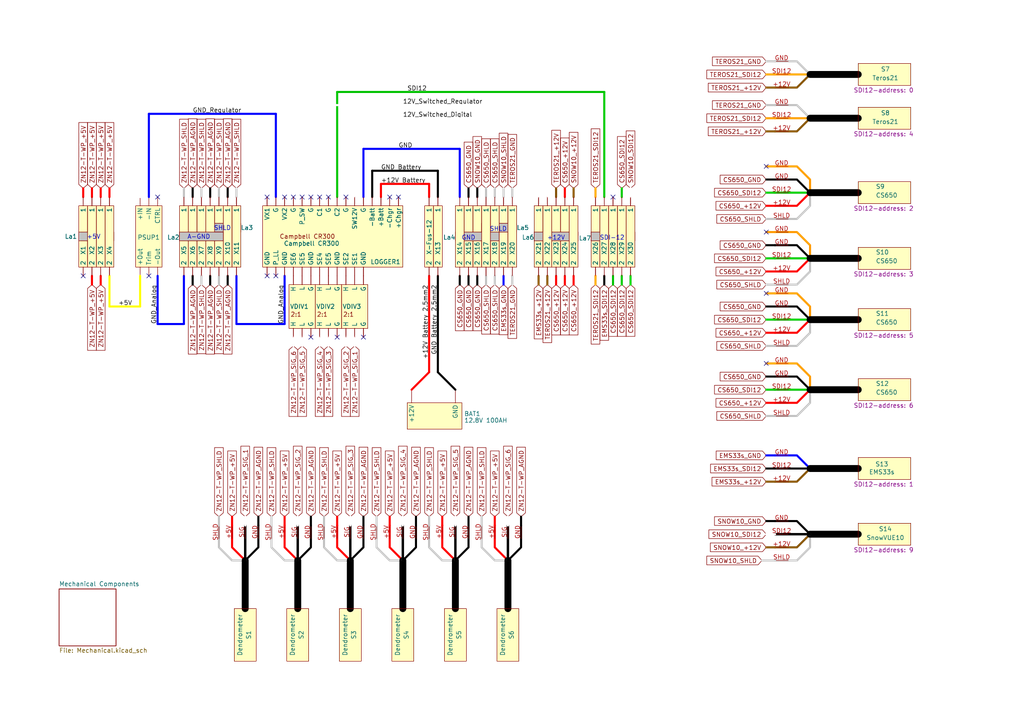
<source format=kicad_sch>
(kicad_sch (version 20231120) (generator "eeschema") (generator_version "8.0")
  (paper "A4")
  (title_block (title "PREDICT-Logger station") (date "2024-09-27") (rev "Rev 1.0") (company "NMBU-MINA") (comment 1 "Drawn by Fredrik Beilegaard"))
  (no_connect (at 97.79 97.79))
  (no_connect (at 80.01 80.01))
  (no_connect (at 90.17 97.79))
  (no_connect (at 43.18 80.01))
  (no_connect (at 92.71 57.15))
  (no_connect (at 222.25 48.26))
  (no_connect (at 24.13 80.01))
  (no_connect (at 113.03 57.15))
  (no_connect (at 85.09 57.15))
  (no_connect (at 87.63 57.15))
  (no_connect (at 90.17 57.15))
  (no_connect (at 222.25 67.31))
  (no_connect (at 45.72 57.15))
  (no_connect (at 115.57 57.15))
  (no_connect (at 105.41 97.79))
  (no_connect (at 77.47 57.15))
  (no_connect (at 100.33 57.15))
  (no_connect (at 177.8 57.15))
  (no_connect (at 222.25 85.09))
  (no_connect (at 82.55 57.15))
  (no_connect (at 222.25 105.41))
  (no_connect (at 95.25 57.15))
  (no_connect (at 77.47 80.01))
  (wire (pts (xy 222.25 139.7) (xy 224.79 139.7)) (stroke (width 0.6) (color 128 77 0 1)))
  (wire (pts (xy 146.05 82.55) (xy 146.05 80.01)) (stroke (width 0.6) (color 0 0 255 1)))
  (wire (pts (xy 222.25 34.29) (xy 224.79 34.29)) (stroke (width 0.6) (color 255 153 0 1)))
  (wire (pts (xy 161.29 54.61) (xy 161.29 57.15)) (stroke (width 0.6) (color 128 77 0 1)))
  (wire (pts (xy 158.75 82.55) (xy 158.75 80.01)) (stroke (width 0.6) (color 128 77 0 1)))
  (wire (pts (xy 80.01 33.02) (xy 80.01 57.15)) (stroke (width 0.6) (color 0 0 255 1)))
  (wire (pts (xy 40.64 80.01) (xy 40.64 88.9)) (stroke (width 0.6) (color 255 255 0 1)))
  (wire (pts (xy 222.25 52.07) (xy 224.79 52.07)) (stroke (width 0.6) (color 0 0 0 1)))
  (wire (pts (xy 180.34 54.61) (xy 180.34 57.15)) (stroke (width 0.6) (color 0 194 0 1)))
  (wire (pts (xy 140.97 82.55) (xy 140.97 80.01)) (stroke (width 0.6) (color 194 194 194 1)))
  (wire (pts (xy 124.46 107.95) (xy 119.38 113.03)) (stroke (width 0.6) (color 255 0 0 1)))
  (wire (pts (xy 97.79 26.67) (xy 175.26 26.67)) (stroke (width 0.6) (color 0 194 0 1)))
  (wire (pts (xy 124.46 80.01) (xy 124.46 107.95)) (stroke (width 0.6) (color 255 0 0 1)))
  (wire (pts (xy 90.17 149.86) (xy 90.17 152.4)) (stroke (width 0.6) (color 0 0 0 1)))
  (wire (pts (xy 222.25 38.1) (xy 224.79 38.1)) (stroke (width 0.6) (color 128 77 0 1)))
  (wire (pts (xy 140.97 54.61) (xy 140.97 57.15)) (stroke (width 0.6) (color 194 194 194 1)))
  (wire (pts (xy 68.58 54.61) (xy 68.58 57.15)) (stroke (width 0.6) (color 194 194 194 1)))
  (wire (pts (xy 105.41 43.18) (xy 133.35 43.18)) (stroke (width 0.6) (color 0 0 255 1)))
  (wire (pts (xy 78.74 149.86) (xy 78.74 152.4)) (stroke (width 0.6) (color 194 194 194 1)))
  (wire (pts (xy 133.35 43.18) (xy 133.35 57.15)) (stroke (width 0.6) (color 0 0 255 1)))
  (wire (pts (xy 43.18 33.02) (xy 43.18 57.15)) (stroke (width 0.6) (color 0 0 255 1)))
  (wire (pts (xy 128.27 149.86) (xy 128.27 152.4)) (stroke (width 0.6) (color 255 0 0 1)))
  (wire (pts (xy 31.75 54.61) (xy 31.75 57.15)) (stroke (width 0.6) (color 255 0 0 1)))
  (wire (pts (xy 45.72 93.98) (xy 53.34 93.98)) (stroke (width 0.6) (color 0 0 255 1)))
  (wire (pts (xy 161.29 82.55) (xy 161.29 80.01)) (stroke (width 0.6) (color 255 0 0 1)))
  (wire (pts (xy 31.75 88.9) (xy 31.75 80.01)) (stroke (width 0.6) (color 255 255 0 1)))
  (wire (pts (xy 55.88 82.55) (xy 55.88 80.01)) (stroke (width 0.6) (color 0 0 0 1)))
  (wire (pts (xy 124.46 149.86) (xy 124.46 152.4)) (stroke (width 0.6) (color 194 194 194 1)))
  (wire (pts (xy 40.64 88.9) (xy 31.75 88.9)) (stroke (width 0.6) (color 255 255 0 1)))
  (wire (pts (xy 100.33 100.33) (xy 100.33 97.79)) (stroke (width 0.6) (color 255 255 255 1)))
  (wire (pts (xy 222.25 88.9) (xy 224.79 88.9)) (stroke (width 0.6) (color 0 0 0 1)))
  (wire (pts (xy 127 49.53) (xy 127 57.15)) (stroke (width 0.6) (color 0 0 0 1)))
  (wire (pts (xy 222.25 21.59) (xy 224.79 21.59)) (stroke (width 0.6) (color 255 153 0 1)))
  (wire (pts (xy 163.83 82.55) (xy 163.83 80.01)) (stroke (width 0.6) (color 255 0 0 1)))
  (wire (pts (xy 222.25 109.22) (xy 224.79 109.22)) (stroke (width 0.6) (color 0 0 0 1)))
  (wire (pts (xy 124.46 57.15) (xy 124.46 53.34)) (stroke (width 0.6) (color 255 0 0 1)))
  (wire (pts (xy 175.26 82.55) (xy 175.26 80.01)) (stroke (width 0.6) (color 0 0 0 1)))
  (wire (pts (xy 222.25 30.48) (xy 224.79 30.48)) (stroke (width 0.6) (color 194 194 194 1)))
  (wire (pts (xy 156.21 34.29) (xy 156.21 57.15)) (stroke (width 0.6) (color 255 255 255 1)))
  (wire (pts (xy 158.75 30.48) (xy 40.64 30.48)) (stroke (width 0.6) (color 255 255 255 1)))
  (wire (pts (xy 58.42 82.55) (xy 58.42 80.01)) (stroke (width 0.6) (color 194 194 194 1)))
  (wire (pts (xy 26.67 54.61) (xy 26.67 57.15)) (stroke (width 0.6) (color 255 0 0 1)))
  (wire (pts (xy 139.7 149.86) (xy 139.7 152.4)) (stroke (width 0.6) (color 194 194 194 1)))
  (wire (pts (xy 135.89 82.55) (xy 135.89 80.01)) (stroke (width 0.6) (color 0 0 0 1)))
  (wire (pts (xy 26.67 82.55) (xy 26.67 80.01)) (stroke (width 0.6) (color 255 0 0 1)))
  (wire (pts (xy 63.5 149.86) (xy 63.5 152.4)) (stroke (width 0.6) (color 194 194 194 1)))
  (wire (pts (xy 107.95 49.53) (xy 127 49.53)) (stroke (width 0.6) (color 0 0 0 1)))
  (wire (pts (xy 93.98 149.86) (xy 93.98 152.4)) (stroke (width 0.6) (color 194 194 194 1)))
  (wire (pts (xy 127 80.01) (xy 127 107.95)) (stroke (width 0.6) (color 0 0 0 1)))
  (wire (pts (xy 156.21 82.55) (xy 156.21 80.01)) (stroke (width 0.6) (color 128 77 0 1)))
  (wire (pts (xy 58.42 54.61) (xy 58.42 57.15)) (stroke (width 0.6) (color 194 194 194 1)))
  (wire (pts (xy 29.21 82.55) (xy 29.21 80.01)) (stroke (width 0.6) (color 255 0 0 1)))
  (wire (pts (xy 127 107.95) (xy 132.08 113.03)) (stroke (width 0.6) (color 0 0 0 1)))
  (wire (pts (xy 107.95 57.15) (xy 107.95 49.53)) (stroke (width 0.6) (color 0 0 0 1)))
  (wire (pts (xy 222.25 151.13) (xy 224.79 151.13)) (stroke (width 0.6) (color 0 0 0 1)))
  (wire (pts (xy 172.72 54.61) (xy 172.72 57.15)) (stroke (width 0.6) (color 255 153 0 1)))
  (wire (pts (xy 97.79 149.86) (xy 97.79 152.4)) (stroke (width 0.6) (color 255 0 0 1)))
  (wire (pts (xy 63.5 54.61) (xy 63.5 57.15)) (stroke (width 0.6) (color 194 194 194 1)))
  (wire (pts (xy 182.88 54.61) (xy 182.88 57.15)) (stroke (width 0.6) (color 255 255 255 1)))
  (wire (pts (xy 222.25 67.31) (xy 224.79 67.31)) (stroke (width 0.6) (color 255 153 0 1)))
  (wire (pts (xy 222.25 78.74) (xy 224.79 78.74)) (stroke (width 0.6) (color 255 0 0 1)))
  (wire (pts (xy 87.63 100.33) (xy 87.63 97.79)) (stroke (width 0.6) (color 255 255 255 1)))
  (wire (pts (xy 148.59 82.55) (xy 148.59 80.01)) (stroke (width 0.6) (color 194 194 194 1)))
  (wire (pts (xy 67.31 149.86) (xy 67.31 152.4)) (stroke (width 0.6) (color 255 0 0 1)))
  (wire (pts (xy 53.34 80.01) (xy 53.34 93.98)) (stroke (width 0.6) (color 0 0 255 1)))
  (wire (pts (xy 158.75 30.48) (xy 158.75 57.15)) (stroke (width 0.6) (color 255 255 255 1)))
  (wire (pts (xy 60.96 54.61) (xy 60.96 57.15)) (stroke (width 0.6) (color 0 0 0 1)))
  (wire (pts (xy 222.25 92.71) (xy 224.79 92.71)) (stroke (width 0.6) (color 0 194 0 1)))
  (wire (pts (xy 120.65 149.86) (xy 120.65 152.4)) (stroke (width 0.6) (color 0 0 0 1)))
  (wire (pts (xy 95.25 100.33) (xy 95.25 97.79)) (stroke (width 0.6) (color 255 255 255 1)))
  (wire (pts (xy 68.58 93.98) (xy 82.55 93.98)) (stroke (width 0.6) (color 0 0 255 1)))
  (wire (pts (xy 40.64 30.48) (xy 40.64 57.15)) (stroke (width 0.6) (color 255 255 255 1)))
  (wire (pts (xy 29.21 54.61) (xy 29.21 57.15)) (stroke (width 0.6) (color 255 0 0 1)))
  (wire (pts (xy 220.98 162.56) (xy 224.79 162.56)) (stroke (width 0.6) (color 194 194 194 1)))
  (wire (pts (xy 109.22 149.86) (xy 109.22 152.4)) (stroke (width 0.6) (color 194 194 194 1)))
  (wire (pts (xy 71.12 149.86) (xy 71.12 152.4)) (stroke (width 0.6) (color 255 255 255 1)))
  (wire (pts (xy 222.25 85.09) (xy 224.79 85.09)) (stroke (width 0.6) (color 255 153 0 1)))
  (wire (pts (xy 105.41 149.86) (xy 105.41 152.4)) (stroke (width 0.6) (color 0 0 0 1)))
  (wire (pts (xy 60.96 82.55) (xy 60.96 80.01)) (stroke (width 0.6) (color 0 0 0 1)))
  (wire (pts (xy 182.88 82.55) (xy 182.88 80.01)) (stroke (width 0.6) (color 0 194 0 1)))
  (wire (pts (xy 151.13 149.86) (xy 151.13 152.4)) (stroke (width 0.6) (color 0 0 0 1)))
  (wire (pts (xy 92.71 100.33) (xy 92.71 97.79)) (stroke (width 0.6) (color 255 255 255 1)))
  (wire (pts (xy 143.51 149.86) (xy 143.51 152.4)) (stroke (width 0.6) (color 255 0 0 1)))
  (wire (pts (xy 222.25 71.12) (xy 224.79 71.12)) (stroke (width 0.6) (color 0 0 0 1)))
  (wire (pts (xy 85.09 100.33) (xy 85.09 97.79)) (stroke (width 0.6) (color 255 255 255 1)))
  (wire (pts (xy 66.04 82.55) (xy 66.04 80.01)) (stroke (width 0.6) (color 0 0 0 1)))
  (wire (pts (xy 175.26 57.15) (xy 175.26 26.67)) (stroke (width 0.6) (color 0 194 0 1)))
  (wire (pts (xy 138.43 82.55) (xy 138.43 80.01)) (stroke (width 0.6) (color 0 0 0 1)))
  (wire (pts (xy 132.08 149.86) (xy 132.08 152.4)) (stroke (width 0.6) (color 255 255 255 1)))
  (wire (pts (xy 222.25 135.89) (xy 224.79 135.89)) (stroke (width 0.6) (color 0 0 0 1)))
  (wire (pts (xy 135.89 54.61) (xy 135.89 57.15)) (stroke (width 0.6) (color 0 0 0 1)))
  (wire (pts (xy 110.49 53.34) (xy 124.46 53.34)) (stroke (width 0.6) (color 255 0 0 1)))
  (wire (pts (xy 116.84 149.86) (xy 116.84 152.4)) (stroke (width 0.6) (color 255 255 255 1)))
  (wire (pts (xy 222.25 96.52) (xy 224.79 96.52)) (stroke (width 0.6) (color 255 0 0 1)))
  (wire (pts (xy 53.34 54.61) (xy 53.34 57.15)) (stroke (width 0.6) (color 194 194 194 1)))
  (wire (pts (xy 68.58 80.01) (xy 68.58 93.98)) (stroke (width 0.6) (color 0 0 255 1)))
  (wire (pts (xy 222.25 17.78) (xy 224.79 17.78)) (stroke (width 0.6) (color 194 194 194 1)))
  (wire (pts (xy 66.04 54.61) (xy 66.04 57.15)) (stroke (width 0.6) (color 0 0 0 1)))
  (wire (pts (xy 102.87 100.33) (xy 102.87 97.79)) (stroke (width 0.6) (color 255 255 255 1)))
  (wire (pts (xy 148.59 54.61) (xy 148.59 57.15)) (stroke (width 0.6) (color 194 194 194 1)))
  (wire (pts (xy 222.25 74.93) (xy 224.79 74.93)) (stroke (width 0.6) (color 0 194 0 1)))
  (wire (pts (xy 101.6 149.86) (xy 101.6 152.4)) (stroke (width 0.6) (color 255 255 255 1)))
  (wire (pts (xy 143.51 82.55) (xy 143.51 80.01)) (stroke (width 0.6) (color 194 194 194 1)))
  (wire (pts (xy 63.5 82.55) (xy 63.5 80.01)) (stroke (width 0.6) (color 194 194 194 1)))
  (wire (pts (xy 177.8 82.55) (xy 177.8 80.01)) (stroke (width 0.6) (color 0 194 0 1)))
  (wire (pts (xy 113.03 149.86) (xy 113.03 152.4)) (stroke (width 0.6) (color 255 0 0 1)))
  (wire (pts (xy 146.05 54.61) (xy 146.05 57.15)) (stroke (width 0.6) (color 194 194 194 1)))
  (wire (pts (xy 222.25 63.5) (xy 224.79 63.5)) (stroke (width 0.6) (color 194 194 194 1)))
  (wire (pts (xy 74.93 149.86) (xy 74.93 152.4)) (stroke (width 0.6) (color 0 0 0 1)))
  (wire (pts (xy 222.25 82.55) (xy 224.79 82.55)) (stroke (width 0.6) (color 194 194 194 1)))
  (wire (pts (xy 82.55 80.01) (xy 82.55 93.98)) (stroke (width 0.6) (color 0 0 255 1)))
  (wire (pts (xy 222.25 25.4) (xy 224.79 25.4)) (stroke (width 0.6) (color 128 77 0 1)))
  (wire (pts (xy 45.72 80.01) (xy 45.72 93.98)) (stroke (width 0.6) (color 0 0 255 1)))
  (wire (pts (xy 86.36 149.86) (xy 86.36 152.4)) (stroke (width 0.6) (color 255 255 255 1)))
  (wire (pts (xy 222.25 158.75) (xy 224.79 158.75)) (stroke (width 0.6) (color 128 77 0 1)))
  (wire (pts (xy 172.72 82.55) (xy 172.72 80.01)) (stroke (width 0.6) (color 255 153 0 1)))
  (wire (pts (xy 222.25 120.65) (xy 224.79 120.65)) (stroke (width 0.6) (color 194 194 194 1)))
  (wire (pts (xy 222.25 59.69) (xy 224.79 59.69)) (stroke (width 0.6) (color 255 0 0 1)))
  (wire (pts (xy 138.43 54.61) (xy 138.43 57.15)) (stroke (width 0.6) (color 0 0 0 1)))
  (wire (pts (xy 135.89 149.86) (xy 135.89 152.4)) (stroke (width 0.6) (color 0 0 0 1)))
  (wire (pts (xy 102.87 34.29) (xy 156.21 34.29)) (stroke (width 0.6) (color 255 255 255 1)))
  (wire (pts (xy 180.34 82.55) (xy 180.34 80.01)) (stroke (width 0.6) (color 0 194 0 1)))
  (wire (pts (xy 97.79 26.67) (xy 97.79 57.15)) (stroke (width 0.6) (color 0 194 0 1)))
  (wire (pts (xy 143.51 54.61) (xy 143.51 57.15)) (stroke (width 0.6) (color 194 194 194 1)))
  (wire (pts (xy 222.25 154.94) (xy 224.79 154.94)) (stroke (width 0.6) (color 255 255 255 1)))
  (wire (pts (xy 163.83 54.61) (xy 163.83 57.15)) (stroke (width 0.6) (color 255 0 0 1)))
  (wire (pts (xy 222.25 132.08) (xy 224.79 132.08)) (stroke (width 0.6) (color 0 0 255 1)))
  (wire (pts (xy 82.55 149.86) (xy 82.55 152.4)) (stroke (width 0.6) (color 255 0 0 1)))
  (wire (pts (xy 24.13 54.61) (xy 24.13 57.15)) (stroke (width 0.6) (color 255 0 0 1)))
  (wire (pts (xy 43.18 33.02) (xy 80.01 33.02)) (stroke (width 0.6) (color 0 0 255 1)))
  (wire (pts (xy 222.25 105.41) (xy 224.79 105.41)) (stroke (width 0.6) (color 255 153 0 1)))
  (wire (pts (xy 133.35 82.55) (xy 133.35 80.01)) (stroke (width 0.6) (color 0 0 0 1)))
  (wire (pts (xy 147.32 149.86) (xy 147.32 152.4)) (stroke (width 0.6) (color 255 255 255 1)))
  (wire (pts (xy 222.25 100.33) (xy 224.79 100.33)) (stroke (width 0.6) (color 194 194 194 1)))
  (wire (pts (xy 222.25 55.88) (xy 224.79 55.88)) (stroke (width 0.6) (color 0 194 0 1)))
  (wire (pts (xy 102.87 57.15) (xy 102.87 34.29)) (stroke (width 0.6) (color 255 255 255 1)))
  (wire (pts (xy 222.25 48.26) (xy 224.79 48.26)) (stroke (width 0.6) (color 255 153 0 1)))
  (wire (pts (xy 222.25 116.84) (xy 224.79 116.84)) (stroke (width 0.6) (color 255 0 0 1)))
  (wire (pts (xy 166.37 54.61) (xy 166.37 57.15)) (stroke (width 0.6) (color 128 77 0 1)))
  (wire (pts (xy 222.25 113.03) (xy 224.79 113.03)) (stroke (width 0.6) (color 0 194 0 1)))
  (wire (pts (xy 110.49 53.34) (xy 110.49 57.15)) (stroke (width 0.6) (color 255 0 0 1)))
  (wire (pts (xy 105.41 57.15) (xy 105.41 43.18)) (stroke (width 0.6) (color 0 0 255 1)))
  (wire (pts (xy 166.37 80.01) (xy 166.37 82.55)) (stroke (width 0.6) (color 255 0 0 1)))
  (wire (pts (xy 55.88 54.61) (xy 55.88 57.15)) (stroke (width 0.6) (color 0 0 0 1)))
  (text "A-GND\n" (at 57.658 68.834 0) (effects (font (size 1.27 1.27))))
  (text "SHLD" (at 144.526 66.548 0) (effects (font (size 1.27 1.27))))
  (text "GND\n" (at 135.89 69.088 0) (effects (font (size 1.27 1.27))))
  (text "SHLD\n" (at 64.516 66.294 0) (effects (font (size 1.27 1.27))))
  (text "+12V\n" (at 161.29 69.088 0) (effects (font (size 1.27 1.27))))
  (text "SDI-12\n" (at 177.546 69.088 0) (effects (font (size 1.27 1.27))))
  (text "+5V\n" (at 27.178 68.834 0) (effects (font (size 1.27 1.27))))
  (label "GND_Analog" (at 45.72 93.98 90))
  (label "GND" (at 115.57 43.18 0))
  (label "+5V" (at 34.29 88.9 0))
  (label "GND Battery 2.5mm2" (at 127 102.87 90))
  (label "+12V Battery" (at 110.49 53.34 0))
  (label "GND_Regulator" (at 55.88 33.02 0))
  (label "12V_Switched_Digital" (at 116.84 34.29 0))
  (label "+12V Battery 2.5mm2" (at 124.46 104.14 90))
  (label "12V_Switched_Regulator" (at 116.84 30.48 0))
  (label "GND Battery" (at 110.49 49.53 0))
  (label "SDI12" (at 118.11 26.67 0))
  (label "GND_Analog" (at 82.55 93.98 90))
  (global_label "CS650_GND" (shape input) (at 222.25 71.12 180) (property "Intersheetrefs" "${INTERSHEET_REFS}" (effects (hide yes))))
  (global_label "EMS33s_+12V" (shape input) (at 156.21 82.55 270) (property "Intersheetrefs" "${INTERSHEET_REFS}" (effects (hide yes))))
  (global_label "CS650_SDI12" (shape input) (at 177.8 82.55 270) (property "Intersheetrefs" "${INTERSHEET_REFS}" (effects (hide yes))))
  (global_label "CS650_SDI12" (shape input) (at 222.25 113.03 180) (property "Intersheetrefs" "${INTERSHEET_REFS}" (effects (hide yes))))
  (global_label "ZN12-T-WP_+5V" (shape input) (at 143.51 149.86 90) (property "Intersheetrefs" "${INTERSHEET_REFS}" (effects (hide yes))))
  (global_label "ZN12-T-WP_SIG_3" (shape input) (at 101.6 149.86 90) (property "Intersheetrefs" "${INTERSHEET_REFS}" (effects (hide yes))))
  (global_label "CS650_SHLD" (shape input) (at 140.97 54.61 90) (property "Intersheetrefs" "${INTERSHEET_REFS}" (effects (hide yes))))
  (global_label "EMS33s_GND" (shape input) (at 146.05 82.55 270) (property "Intersheetrefs" "${INTERSHEET_REFS}" (effects (hide yes))))
  (global_label "ZN12-T-WP_AGND" (shape input) (at 74.93 149.86 90) (property "Intersheetrefs" "${INTERSHEET_REFS}" (effects (hide yes))))
  (global_label "ZN12-T-WP_SIG_5" (shape input) (at 132.08 149.86 90) (property "Intersheetrefs" "${INTERSHEET_REFS}" (effects (hide yes))))
  (global_label "ZN12-T-WP_SIG_1" (shape input) (at 102.87 100.33 270) (property "Intersheetrefs" "${INTERSHEET_REFS}" (effects (hide yes))))
  (global_label "CS650_GND" (shape input) (at 135.89 54.61 90) (property "Intersheetrefs" "${INTERSHEET_REFS}" (effects (hide yes))))
  (global_label "CS650_+12V" (shape input) (at 222.25 116.84 180) (property "Intersheetrefs" "${INTERSHEET_REFS}" (effects (hide yes))))
  (global_label "ZN12-T-WP_+5V" (shape input) (at 82.55 149.86 90) (property "Intersheetrefs" "${INTERSHEET_REFS}" (effects (hide yes))))
  (global_label "ZN12-T-WP_+5V" (shape input) (at 29.21 54.61 90) (property "Intersheetrefs" "${INTERSHEET_REFS}" (effects (hide yes))))
  (global_label "ZN12-T-WP_SIG_2" (shape input) (at 100.33 100.33 270) (property "Intersheetrefs" "${INTERSHEET_REFS}" (effects (hide yes))))
  (global_label "ZN12-T-WP_SHLD" (shape input) (at 139.7 149.86 90) (property "Intersheetrefs" "${INTERSHEET_REFS}" (effects (hide yes))))
  (global_label "TEROS21_+12V" (shape input) (at 222.25 38.1 180) (property "Intersheetrefs" "${INTERSHEET_REFS}" (effects (hide yes))))
  (global_label "CS650_SDI12" (shape input) (at 180.34 82.55 270) (property "Intersheetrefs" "${INTERSHEET_REFS}" (effects (hide yes))))
  (global_label "TEROS21_SDI12" (shape input) (at 222.25 21.59 180) (property "Intersheetrefs" "${INTERSHEET_REFS}" (effects (hide yes))))
  (global_label "TEROS21_GND" (shape input) (at 148.59 54.61 90) (property "Intersheetrefs" "${INTERSHEET_REFS}" (effects (hide yes))))
  (global_label "TEROS21_GND" (shape input) (at 222.25 30.48 180) (property "Intersheetrefs" "${INTERSHEET_REFS}" (effects (hide yes))))
  (global_label "ZN12-T-WP_SIG_2" (shape input) (at 86.36 149.86 90) (property "Intersheetrefs" "${INTERSHEET_REFS}" (effects (hide yes))))
  (global_label "ZN12-T-WP_SHLD" (shape input) (at 63.5 54.61 90) (property "Intersheetrefs" "${INTERSHEET_REFS}" (effects (hide yes))))
  (global_label "TEROS21_SDI12" (shape input) (at 172.72 82.55 270) (property "Intersheetrefs" "${INTERSHEET_REFS}" (effects (hide yes))))
  (global_label "CS650_GND" (shape input) (at 222.25 52.07 180) (property "Intersheetrefs" "${INTERSHEET_REFS}" (effects (hide yes))))
  (global_label "CS650_SDI12" (shape input) (at 222.25 92.71 180) (property "Intersheetrefs" "${INTERSHEET_REFS}" (effects (hide yes))))
  (global_label "CS650_SHLD" (shape input) (at 140.97 82.55 270) (property "Intersheetrefs" "${INTERSHEET_REFS}" (effects (hide yes))))
  (global_label "CS650_SDI12" (shape input) (at 222.25 74.93 180) (property "Intersheetrefs" "${INTERSHEET_REFS}" (effects (hide yes))))
  (global_label "ZN12-T-WP_+5V" (shape input) (at 24.13 54.61 90) (property "Intersheetrefs" "${INTERSHEET_REFS}" (effects (hide yes))))
  (global_label "TEROS21_SDI12" (shape input) (at 222.25 34.29 180) (property "Intersheetrefs" "${INTERSHEET_REFS}" (effects (hide yes))))
  (global_label "ZN12-T-WP_+5V" (shape input) (at 67.31 149.86 90) (property "Intersheetrefs" "${INTERSHEET_REFS}" (effects (hide yes))))
  (global_label "CS650_+12V" (shape input) (at 163.83 54.61 90) (property "Intersheetrefs" "${INTERSHEET_REFS}" (effects (hide yes))))
  (global_label "ZN12-T-WP_AGND" (shape input) (at 135.89 149.86 90) (property "Intersheetrefs" "${INTERSHEET_REFS}" (effects (hide yes))))
  (global_label "ZN12-T-WP_+5V" (shape input) (at 29.21 82.55 270) (property "Intersheetrefs" "${INTERSHEET_REFS}" (effects (hide yes))))
  (global_label "ZN12-T-WP_SHLD" (shape input) (at 63.5 82.55 270) (property "Intersheetrefs" "${INTERSHEET_REFS}" (effects (hide yes))))
  (global_label "ZN12-T-WP_AGND" (shape input) (at 151.13 149.86 90) (property "Intersheetrefs" "${INTERSHEET_REFS}" (effects (hide yes))))
  (global_label "SNOW10_SDI12" (shape input) (at 222.25 154.94 180) (property "Intersheetrefs" "${INTERSHEET_REFS}" (effects (hide yes))))
  (global_label "SNOW10_SDI12" (shape input) (at 182.88 54.61 90) (property "Intersheetrefs" "${INTERSHEET_REFS}" (effects (hide yes))))
  (global_label "CS650_SHLD" (shape input) (at 143.51 82.55 270) (property "Intersheetrefs" "${INTERSHEET_REFS}" (effects (hide yes))))
  (global_label "ZN12-T-WP_SHLD" (shape input) (at 53.34 54.61 90) (property "Intersheetrefs" "${INTERSHEET_REFS}" (effects (hide yes))))
  (global_label "EMS33s_SDI12" (shape input) (at 175.26 82.55 270) (property "Intersheetrefs" "${INTERSHEET_REFS}" (effects (hide yes))))
  (global_label "ZN12-T-WP_SHLD" (shape input) (at 78.74 149.86 90) (property "Intersheetrefs" "${INTERSHEET_REFS}" (effects (hide yes))))
  (global_label "TEROS21_GND" (shape input) (at 222.25 17.78 180) (property "Intersheetrefs" "${INTERSHEET_REFS}" (effects (hide yes))))
  (global_label "ZN12-T-WP_SIG_5" (shape input) (at 87.63 100.33 270) (property "Intersheetrefs" "${INTERSHEET_REFS}" (effects (hide yes))))
  (global_label "ZN12-T-WP_+5V" (shape input) (at 97.79 149.86 90) (property "Intersheetrefs" "${INTERSHEET_REFS}" (effects (hide yes))))
  (global_label "ZN12-T-WP_+5V" (shape input) (at 128.27 149.86 90) (property "Intersheetrefs" "${INTERSHEET_REFS}" (effects (hide yes))))
  (global_label "CS650_SHLD" (shape input) (at 222.25 63.5 180) (property "Intersheetrefs" "${INTERSHEET_REFS}" (effects (hide yes))))
  (global_label "EMS33s_+12V" (shape input) (at 222.25 139.7 180) (property "Intersheetrefs" "${INTERSHEET_REFS}" (effects (hide yes))))
  (global_label "ZN12-T-WP_+5V" (shape input) (at 113.03 149.86 90) (property "Intersheetrefs" "${INTERSHEET_REFS}" (effects (hide yes))))
  (global_label "ZN12-T-WP_AGND" (shape input) (at 120.65 149.86 90) (property "Intersheetrefs" "${INTERSHEET_REFS}" (effects (hide yes))))
  (global_label "ZN12-T-WP_+5V" (shape input) (at 31.75 54.61 90) (property "Intersheetrefs" "${INTERSHEET_REFS}" (effects (hide yes))))
  (global_label "SNOW10_SHLD" (shape input) (at 146.05 54.61 90) (property "Intersheetrefs" "${INTERSHEET_REFS}" (effects (hide yes))))
  (global_label "TEROS21_GND" (shape input) (at 148.59 82.55 270) (property "Intersheetrefs" "${INTERSHEET_REFS}" (effects (hide yes))))
  (global_label "ZN12-T-WP_SIG_6" (shape input) (at 147.32 149.86 90) (property "Intersheetrefs" "${INTERSHEET_REFS}" (effects (hide yes))))
  (global_label "ZN12-T-WP_AGND" (shape input) (at 90.17 149.86 90) (property "Intersheetrefs" "${INTERSHEET_REFS}" (effects (hide yes))))
  (global_label "ZN12-T-WP_SHLD" (shape input) (at 109.22 149.86 90) (property "Intersheetrefs" "${INTERSHEET_REFS}" (effects (hide yes))))
  (global_label "SNOW10_SHLD" (shape input) (at 220.98 162.56 180) (property "Intersheetrefs" "${INTERSHEET_REFS}" (effects (hide yes))))
  (global_label "ZN12-T-WP_SHLD" (shape input) (at 68.58 54.61 90) (property "Intersheetrefs" "${INTERSHEET_REFS}" (effects (hide yes))))
  (global_label "ZN12-T-WP_SIG_6" (shape input) (at 85.09 100.33 270) (property "Intersheetrefs" "${INTERSHEET_REFS}" (effects (hide yes))))
  (global_label "ZN12-T-WP_AGND" (shape input) (at 66.04 54.61 90) (property "Intersheetrefs" "${INTERSHEET_REFS}" (effects (hide yes))))
  (global_label "EMS33s_GND" (shape input) (at 222.25 132.08 180) (property "Intersheetrefs" "${INTERSHEET_REFS}" (effects (hide yes))))
  (global_label "CS650_SDI12" (shape input) (at 222.25 55.88 180) (property "Intersheetrefs" "${INTERSHEET_REFS}" (effects (hide yes))))
  (global_label "CS650_SHLD" (shape input) (at 222.25 100.33 180) (property "Intersheetrefs" "${INTERSHEET_REFS}" (effects (hide yes))))
  (global_label "CS650_GND" (shape input) (at 222.25 88.9 180) (property "Intersheetrefs" "${INTERSHEET_REFS}" (effects (hide yes))))
  (global_label "CS650_GND" (shape input) (at 135.89 82.55 270) (property "Intersheetrefs" "${INTERSHEET_REFS}" (effects (hide yes))))
  (global_label "ZN12-T-WP_SIG_4" (shape input) (at 92.71 100.33 270) (property "Intersheetrefs" "${INTERSHEET_REFS}" (effects (hide yes))))
  (global_label "ZN12-T-WP_SHLD" (shape input) (at 58.42 54.61 90) (property "Intersheetrefs" "${INTERSHEET_REFS}" (effects (hide yes))))
  (global_label "CS650_GND" (shape input) (at 222.25 109.22 180) (property "Intersheetrefs" "${INTERSHEET_REFS}" (effects (hide yes))))
  (global_label "ZN12-T-WP_SIG_3" (shape input) (at 95.25 100.33 270) (property "Intersheetrefs" "${INTERSHEET_REFS}" (effects (hide yes))))
  (global_label "ZN12-T-WP_AGND" (shape input) (at 55.88 82.55 270) (property "Intersheetrefs" "${INTERSHEET_REFS}" (effects (hide yes))))
  (global_label "CS650_GND" (shape input) (at 138.43 82.55 270) (property "Intersheetrefs" "${INTERSHEET_REFS}" (effects (hide yes))))
  (global_label "CS650_+12V" (shape input) (at 222.25 78.74 180) (property "Intersheetrefs" "${INTERSHEET_REFS}" (effects (hide yes))))
  (global_label "CS650_+12V" (shape input) (at 166.37 82.55 270) (property "Intersheetrefs" "${INTERSHEET_REFS}" (effects (hide yes))))
  (global_label "ZN12-T-WP_SHLD" (shape input) (at 63.5 149.86 90) (property "Intersheetrefs" "${INTERSHEET_REFS}" (effects (hide yes))))
  (global_label "ZN12-T-WP_SHLD" (shape input) (at 58.42 82.55 270) (property "Intersheetrefs" "${INTERSHEET_REFS}" (effects (hide yes))))
  (global_label "ZN12-T-WP_AGND" (shape input) (at 60.96 54.61 90) (property "Intersheetrefs" "${INTERSHEET_REFS}" (effects (hide yes))))
  (global_label "SNOW10_GND" (shape input) (at 222.25 151.13 180) (property "Intersheetrefs" "${INTERSHEET_REFS}" (effects (hide yes))))
  (global_label "ZN12-T-WP_SIG_4" (shape input) (at 116.84 149.86 90) (property "Intersheetrefs" "${INTERSHEET_REFS}" (effects (hide yes))))
  (global_label "TEROS21_+12V" (shape input) (at 222.25 25.4 180) (property "Intersheetrefs" "${INTERSHEET_REFS}" (effects (hide yes))))
  (global_label "ZN12-T-WP_AGND" (shape input) (at 55.88 54.61 90) (property "Intersheetrefs" "${INTERSHEET_REFS}" (effects (hide yes))))
  (global_label "TEROS21_+12V" (shape input) (at 158.75 82.55 270) (property "Intersheetrefs" "${INTERSHEET_REFS}" (effects (hide yes))))
  (global_label "SNOW10_+12V" (shape input) (at 166.37 54.61 90) (property "Intersheetrefs" "${INTERSHEET_REFS}" (effects (hide yes))))
  (global_label "CS650_SHLD" (shape input) (at 222.25 82.55 180) (property "Intersheetrefs" "${INTERSHEET_REFS}" (effects (hide yes))))
  (global_label "CS650_+12V" (shape input) (at 222.25 59.69 180) (property "Intersheetrefs" "${INTERSHEET_REFS}" (effects (hide yes))))
  (global_label "SNOW10_+12V" (shape input) (at 222.25 158.75 180) (property "Intersheetrefs" "${INTERSHEET_REFS}" (effects (hide yes))))
  (global_label "CS650_+12V" (shape input) (at 163.83 82.55 270) (property "Intersheetrefs" "${INTERSHEET_REFS}" (effects (hide yes))))
  (global_label "TEROS21_SDI12" (shape input) (at 172.72 54.61 90) (property "Intersheetrefs" "${INTERSHEET_REFS}" (effects (hide yes))))
  (global_label "ZN12-T-WP_AGND" (shape input) (at 105.41 149.86 90) (property "Intersheetrefs" "${INTERSHEET_REFS}" (effects (hide yes))))
  (global_label "ZN12-T-WP_+5V" (shape input) (at 26.67 82.55 270) (property "Intersheetrefs" "${INTERSHEET_REFS}" (effects (hide yes))))
  (global_label "ZN12-T-WP_SHLD" (shape input) (at 124.46 149.86 90) (property "Intersheetrefs" "${INTERSHEET_REFS}" (effects (hide yes))))
  (global_label "CS650_SDI12" (shape input) (at 180.34 54.61 90) (property "Intersheetrefs" "${INTERSHEET_REFS}" (effects (hide yes))))
  (global_label "CS650_+12V" (shape input) (at 222.25 96.52 180) (property "Intersheetrefs" "${INTERSHEET_REFS}" (effects (hide yes))))
  (global_label "TEROS21_+12V" (shape input) (at 161.29 54.61 90) (property "Intersheetrefs" "${INTERSHEET_REFS}" (effects (hide yes))))
  (global_label "CS650_SHLD" (shape input) (at 143.51 54.61 90) (property "Intersheetrefs" "${INTERSHEET_REFS}" (effects (hide yes))))
  (global_label "CS650_SDI12" (shape input) (at 182.88 82.55 270) (property "Intersheetrefs" "${INTERSHEET_REFS}" (effects (hide yes))))
  (global_label "ZN12-T-WP_+5V" (shape input) (at 26.67 54.61 90) (property "Intersheetrefs" "${INTERSHEET_REFS}" (effects (hide yes))))
  (global_label "EMS33s_SDI12" (shape input) (at 222.25 135.89 180) (property "Intersheetrefs" "${INTERSHEET_REFS}" (effects (hide yes))))
  (global_label "ZN12-T-WP_AGND" (shape input) (at 60.96 82.55 270) (property "Intersheetrefs" "${INTERSHEET_REFS}" (effects (hide yes))))
  (global_label "SNOW10_GND" (shape input) (at 138.43 54.61 90) (property "Intersheetrefs" "${INTERSHEET_REFS}" (effects (hide yes))))
  (global_label "CS650_GND" (shape input) (at 133.35 82.55 270) (property "Intersheetrefs" "${INTERSHEET_REFS}" (effects (hide yes))))
  (global_label "ZN12-T-WP_SHLD" (shape input) (at 93.98 149.86 90) (property "Intersheetrefs" "${INTERSHEET_REFS}" (effects (hide yes))))
  (global_label "ZN12-T-WP_AGND" (shape input) (at 66.04 82.55 270) (property "Intersheetrefs" "${INTERSHEET_REFS}" (effects (hide yes))))
  (global_label "ZN12-T-WP_SIG_1" (shape input) (at 71.12 149.86 90) (property "Intersheetrefs" "${INTERSHEET_REFS}" (effects (hide yes))))
  (global_label "CS650_+12V" (shape input) (at 161.29 82.55 270) (property "Intersheetrefs" "${INTERSHEET_REFS}" (effects (hide yes))))
  (global_label "CS650_SHLD" (shape input) (at 222.25 120.65 180) (property "Intersheetrefs" "${INTERSHEET_REFS}" (effects (hide yes))))
  (symbol (lib_id "CR300:LaskX4") (at 149.86 66.04 180) (unit 1)
    (property "Reference" "La5" (at 151.638 66.04 0))
    (property "Value" "FBS4-5" (effects (hide yes)))
    (property "Datasheet" "https://docs.rs-online.com/afe1/0900766b812c196d.pdf" (effects (hide yes)))
    (property "Description" "Lask x4" (effects (hide yes)))
    (property "MFR" "3038985" (effects (hide yes)))
  )
  (symbol (lib_name "CR300:Rekkeklemme") (lib_id "CR300:Rekkeklemme") (at 22.86 68.58 0) (unit 1)
    (property "Reference" "X1" (at 24.13 73.914 90) (effects (justify left)))
    (property "Value" "Terminal Block" (effects (hide yes)))
    (property "Datasheet" "https://docs.rs-online.com/de41/0900766b8170d6d2.pdf" (effects (hide yes)))
    (property "Description" "Feed-through terminal block, nom. voltage: 800 V, nominal current: 24 A, number of connections: 2, number of positions: 1, connection method: Push-in connection, Rated cross section: 2.5 mm2, cross section: 0.14 mm2 - 4 mm2, mounting type: NS 35/7,5, NS 35/15, color: gray" (effects (hide yes)))
    (property "MFR" "3209510" (effects (hide yes)))
  )
  (symbol (lib_name "CR300:CS650") (lib_id "CR300:CS650") (at 248.92 55.88 0) (unit 1)
    (property "Reference" "S9" (at 254 54.102 0) (effects (justify left)))
    (property "Value" "CS650" (at 254 56.642 0) (effects (justify left)))
    (property "Datasheet" "https://s.campbellsci.com/documents/es/manuals/cs650.pdf" (effects (hide yes)))
    (property "Description" "SDI12 Water Content Reflectometer" (effects (hide yes)))
    (property "SDI12-address" "2" (at 256.286 60.452 0) (show_name yes))
    (property "MFR" "CS650" (effects (hide yes)))
  )
  (symbol (lib_name "CR300:Rekkeklemme") (lib_id "CR300:Rekkeklemme") (at 54.61 68.58 0) (unit 1)
    (property "Reference" "X6" (at 55.88 73.914 90) (effects (justify left)))
    (property "Value" "Terminal Block" (effects (hide yes)))
    (property "Datasheet" "https://docs.rs-online.com/de41/0900766b8170d6d2.pdf" (effects (hide yes)))
    (property "Description" "Feed-through terminal block, nom. voltage: 800 V, nominal current: 24 A, number of connections: 2, number of positions: 1, connection method: Push-in connection, Rated cross section: 2.5 mm2, cross section: 0.14 mm2 - 4 mm2, mounting type: NS 35/7,5, NS 35/15, color: gray" (effects (hide yes)))
    (property "MFR" "3209510" (effects (hide yes)))
  )
  (symbol (lib_name "CR300:Rekkeklemme") (lib_id "CR300:Rekkeklemme") (at 179.07 68.58 0) (unit 1)
    (property "Reference" "X29" (at 180.34 73.914 90) (effects (justify left)))
    (property "Value" "Terminal Block" (effects (hide yes)))
    (property "Datasheet" "https://docs.rs-online.com/de41/0900766b8170d6d2.pdf" (effects (hide yes)))
    (property "Description" "Feed-through terminal block, nom. voltage: 800 V, nominal current: 24 A, number of connections: 2, number of positions: 1, connection method: Push-in connection, Rated cross section: 2.5 mm2, cross section: 0.14 mm2 - 4 mm2, mounting type: NS 35/7,5, NS 35/15, color: gray" (effects (hide yes)))
    (property "MFR" "3209510" (effects (hide yes)))
  )
  (symbol (lib_name "CR300:Voltage Divider") (lib_id "CR300:Voltage Divider") (at 99.06 88.9 0) (unit 1)
    (property "Reference" "VDIV3" (at 99.314 88.9 0) (effects (justify left)))
    (property "Value" "vdiv2-1" (effects (hide yes)))
    (property "Datasheet" "https://s.campbellsci.com/documents/us/manuals/vdiv.pdf" (effects (hide yes)))
    (property "Description" "2:1 voltage divider 10k " (effects (hide yes)))
    (property "MFR" "vdiv2-1" (effects (hide yes)))
  )
  (symbol (lib_name "CR300:Voltage Divider") (lib_id "CR300:Voltage Divider") (at 91.44 88.9 0) (unit 1)
    (property "Reference" "VDIV2" (at 91.694 88.9 0) (effects (justify left)))
    (property "Value" "vdiv2-1" (effects (hide yes)))
    (property "Datasheet" "https://s.campbellsci.com/documents/us/manuals/vdiv.pdf" (effects (hide yes)))
    (property "Description" "2:1 voltage divider 10k " (effects (hide yes)))
    (property "MFR" "vdiv2-1" (effects (hide yes)))
  )
  (symbol (lib_name "CR300:Rekkeklemme") (lib_id "CR300:Rekkeklemme") (at 181.61 68.58 0) (unit 1)
    (property "Reference" "X30" (at 182.88 73.914 90) (effects (justify left)))
    (property "Value" "Terminal Block" (effects (hide yes)))
    (property "Datasheet" "https://docs.rs-online.com/de41/0900766b8170d6d2.pdf" (effects (hide yes)))
    (property "Description" "Feed-through terminal block, nom. voltage: 800 V, nominal current: 24 A, number of connections: 2, number of positions: 1, connection method: Push-in connection, Rated cross section: 2.5 mm2, cross section: 0.14 mm2 - 4 mm2, mounting type: NS 35/7,5, NS 35/15, color: gray" (effects (hide yes)))
    (property "MFR" "3209510" (effects (hide yes)))
  )
  (symbol (lib_id "CR300:Lask") (at 171.45 68.58 0) (unit 1)
    (property "Reference" "La7" (at 169.672 69.088 0))
    (property "Value" "FBS5-5" (effects (hide yes)))
    (property "Datasheet" "https://docs.rs-online.com/6e8a/0900766b812b6d86.pd" (effects (hide yes)))
    (property "Description" "Lask x5" (effects (hide yes)))
    (property "MFR" "3038998" (effects (hide yes)))
  )
  (symbol (lib_name "CR300:Rekkeklemme") (lib_id "CR300:Rekkeklemme") (at 154.94 68.58 0) (unit 1)
    (property "Reference" "X21" (at 156.21 73.914 90) (effects (justify left)))
    (property "Value" "Terminal Block" (effects (hide yes)))
    (property "Datasheet" "https://docs.rs-online.com/de41/0900766b8170d6d2.pdf" (effects (hide yes)))
    (property "Description" "Feed-through terminal block, nom. voltage: 800 V, nominal current: 24 A, number of connections: 2, number of positions: 1, connection method: Push-in connection, Rated cross section: 2.5 mm2, cross section: 0.14 mm2 - 4 mm2, mounting type: NS 35/7,5, NS 35/15, color: gray" (effects (hide yes)))
    (property "MFR" "3209510" (effects (hide yes)))
  )
  (symbol (lib_id "CR300:ZN12-T-WP") (at 86.36 176.53 270) (unit 1)
    (property "Reference" "S2" (at 87.376 184.15 0))
    (property "Value" "Dendrometer" (at 84.836 184.15 0))
    (property "Datasheet" "http://www.natkon.ch/pdf_files/Tech_Produkte/DatasheetZN12-T-2WP.pdf" (effects (hide yes)))
    (property "Description" "Linear resistive transducer dendromeeter " (effects (hide yes)))
    (property "MFR" "ZN12-T-WP" (effects (hide yes)))
  )
  (symbol (lib_name "CR300:Rekkeklemme") (lib_id "CR300:Rekkeklemme") (at 123.19 68.58 0) (unit 1)
    (property "Reference" "X-Fus-12" (at 124.46 73.914 90) (effects (justify left)))
    (property "Value" "Fused DIN Rail Terminal" (effects (hide yes)))
    (property "Datasheet" "https://docs.rs-online.com/18f7/0900766b81379b89.pdf" (effects (hide yes)))
    (property "Description" "Weidmuller1886580000 W Series Fused DIN Rail Terminal, Single-Level, Screw Termination" (effects (hide yes)))
    (property "MFR" "1886580000" (effects (hide yes)))
  )
  (symbol (lib_id "CR300:LaskX4") (at 22.86 68.58 0) (unit 1)
    (property "Reference" "La1" (at 20.574 68.58 0))
    (property "Value" "FBS4-5" (effects (hide yes)))
    (property "Datasheet" "https://docs.rs-online.com/afe1/0900766b812c196d.pdf" (effects (hide yes)))
    (property "Description" "Lask x4" (effects (hide yes)))
    (property "MFR" "3038985" (effects (hide yes)))
  )
  (symbol (lib_name "CR300:Rekkeklemme") (lib_id "CR300:Rekkeklemme") (at 64.77 68.58 0) (unit 1)
    (property "Reference" "X10" (at 66.04 73.914 90) (effects (justify left)))
    (property "Value" "Terminal Block" (effects (hide yes)))
    (property "Datasheet" "https://docs.rs-online.com/de41/0900766b8170d6d2.pdf" (effects (hide yes)))
    (property "Description" "Feed-through terminal block, nom. voltage: 800 V, nominal current: 24 A, number of connections: 2, number of positions: 1, connection method: Push-in connection, Rated cross section: 2.5 mm2, cross section: 0.14 mm2 - 4 mm2, mounting type: NS 35/7,5, NS 35/15, color: gray" (effects (hide yes)))
    (property "MFR" "3209510" (effects (hide yes)))
  )
  (symbol (lib_id "CR300:Battery") (at 118.11 119.38 0) (unit 1)
    (property "Reference" "BAT1" (at 134.62 120.0149 0) (effects (justify left)))
    (property "Value" "12.8V 100AH" (at 134.62 121.92 0) (effects (justify left)))
    (property "Datasheet" "https://skanbatt.no/files/public/34f8ecc2-c69c-4216-a7e6-4637d6489ced/f9b30bdc127f8dff077a2bafd6fa2ce2c69aeae4/Datablad%20Skanbatt%20LITH-12100B150.pdf" (effects (hide yes)))
    (property "Description" "12.8V 100AH LifePO4 battry" (effects (hide yes)))
    (property "MFR" "LTH-12100B150" (effects (hide yes)))
  )
  (symbol (lib_name "CR300:Rekkeklemme") (lib_id "CR300:Rekkeklemme") (at 139.7 68.58 0) (unit 1)
    (property "Reference" "X17" (at 140.97 73.914 90) (effects (justify left)))
    (property "Value" "Terminal Block" (effects (hide yes)))
    (property "Datasheet" "https://docs.rs-online.com/de41/0900766b8170d6d2.pdf" (effects (hide yes)))
    (property "Description" "Feed-through terminal block, nom. voltage: 800 V, nominal current: 24 A, number of connections: 2, number of positions: 1, connection method: Push-in connection, Rated cross section: 2.5 mm2, cross section: 0.14 mm2 - 4 mm2, mounting type: NS 35/7,5, NS 35/15, color: gray" (effects (hide yes)))
    (property "MFR" "3209510" (effects (hide yes)))
  )
  (symbol (lib_name "CR300:Rekkeklemme") (lib_id "CR300:Rekkeklemme") (at 57.15 68.58 0) (unit 1)
    (property "Reference" "X7" (at 58.42 73.914 90) (effects (justify left)))
    (property "Value" "Terminal Block" (effects (hide yes)))
    (property "Datasheet" "https://docs.rs-online.com/de41/0900766b8170d6d2.pdf" (effects (hide yes)))
    (property "Description" "Feed-through terminal block, nom. voltage: 800 V, nominal current: 24 A, number of connections: 2, number of positions: 1, connection method: Push-in connection, Rated cross section: 2.5 mm2, cross section: 0.14 mm2 - 4 mm2, mounting type: NS 35/7,5, NS 35/15, color: gray" (effects (hide yes)))
    (property "MFR" "3209510" (effects (hide yes)))
  )
  (symbol (lib_id "CR300:EMS33s") (at 248.92 135.89 0) (unit 1)
    (property "Reference" "S13" (at 255.778 134.62 0))
    (property "Value" "EMS33s" (at 255.778 136.906 0))
    (property "Datasheet" "https://www.emsbrno.cz/r.axd/Datasheets__manuals_v_EMS.33S_v_EMS33S__datasheet_u_pdf.jpg?ver=" (effects (hide yes)))
    (property "Description" "SDI12 Temp, Humidity sensor" (effects (hide yes)))
    (property "SDI12-address" "1" (at 256.286 140.462 0) (show_name yes))
    (property "MFR" "EMS33s" (effects (hide yes)))
  )
  (symbol (lib_name "CR300:CS650") (lib_id "CR300:CS650") (at 248.92 74.93 0) (unit 1)
    (property "Reference" "S10" (at 254 73.152 0) (effects (justify left)))
    (property "Value" "CS650" (at 254 75.692 0) (effects (justify left)))
    (property "Datasheet" "https://s.campbellsci.com/documents/es/manuals/cs650.pdf" (effects (hide yes)))
    (property "Description" "SDI12 Water Content Reflectometer" (effects (hide yes)))
    (property "SDI12-address" "3" (at 256.286 79.502 0) (show_name yes))
    (property "MFR" "CS650" (effects (hide yes)))
  )
  (symbol (lib_name "CR300:Rekkeklemme") (lib_id "CR300:Rekkeklemme") (at 147.32 68.58 0) (unit 1)
    (property "Reference" "X20" (at 148.59 73.914 90) (effects (justify left)))
    (property "Value" "Terminal Block" (effects (hide yes)))
    (property "Datasheet" "https://docs.rs-online.com/de41/0900766b8170d6d2.pdf" (effects (hide yes)))
    (property "Description" "Feed-through terminal block, nom. voltage: 800 V, nominal current: 24 A, number of connections: 2, number of positions: 1, connection method: Push-in connection, Rated cross section: 2.5 mm2, cross section: 0.14 mm2 - 4 mm2, mounting type: NS 35/7,5, NS 35/15, color: gray" (effects (hide yes)))
    (property "MFR" "3209510" (effects (hide yes)))
  )
  (symbol (lib_id "CR300:ZN12-T-WP") (at 116.84 176.53 270) (unit 1)
    (property "Reference" "S4" (at 117.856 184.15 0))
    (property "Value" "Dendrometer" (at 115.316 184.15 0))
    (property "Datasheet" "http://www.natkon.ch/pdf_files/Tech_Produkte/DatasheetZN12-T-2WP.pdf" (effects (hide yes)))
    (property "Description" "Linear resistive transducer dendromeeter " (effects (hide yes)))
    (property "MFR" "ZN12-T-WP" (effects (hide yes)))
  )
  (symbol (lib_name "CR300:Rekkeklemme") (lib_id "CR300:Rekkeklemme") (at 134.62 68.58 0) (unit 1)
    (property "Reference" "X15" (at 135.89 73.914 90) (effects (justify left)))
    (property "Value" "Terminal Block" (effects (hide yes)))
    (property "Datasheet" "https://docs.rs-online.com/de41/0900766b8170d6d2.pdf" (effects (hide yes)))
    (property "Description" "Feed-through terminal block, nom. voltage: 800 V, nominal current: 24 A, number of connections: 2, number of positions: 1, connection method: Push-in connection, Rated cross section: 2.5 mm2, cross section: 0.14 mm2 - 4 mm2, mounting type: NS 35/7,5, NS 35/15, color: gray" (effects (hide yes)))
    (property "MFR" "3209510" (effects (hide yes)))
  )
  (symbol (lib_name "CR300:Rekkeklemme") (lib_id "CR300:Rekkeklemme") (at 52.07 68.58 0) (unit 1)
    (property "Reference" "X5" (at 53.34 73.914 90) (effects (justify left)))
    (property "Value" "Terminal Block" (effects (hide yes)))
    (property "Datasheet" "https://docs.rs-online.com/de41/0900766b8170d6d2.pdf" (effects (hide yes)))
    (property "Description" "Feed-through terminal block, nom. voltage: 800 V, nominal current: 24 A, number of connections: 2, number of positions: 1, connection method: Push-in connection, Rated cross section: 2.5 mm2, cross section: 0.14 mm2 - 4 mm2, mounting type: NS 35/7,5, NS 35/15, color: gray" (effects (hide yes)))
    (property "MFR" "3209510" (effects (hide yes)))
  )
  (symbol (lib_name "CR300:CS650") (lib_id "CR300:CS650") (at 248.92 113.03 0) (unit 1)
    (property "Reference" "S12" (at 254 111.252 0) (effects (justify left)))
    (property "Value" "CS650" (at 254 113.792 0) (effects (justify left)))
    (property "Datasheet" "https://s.campbellsci.com/documents/es/manuals/cs650.pdf" (effects (hide yes)))
    (property "Description" "SDI12 Water Content Reflectometer" (effects (hide yes)))
    (property "SDI12-address" "6" (at 256.286 117.602 0) (show_name yes))
    (property "MFR" "CS650" (effects (hide yes)))
  )
  (symbol (lib_name "CR300:Rekkeklemme") (lib_id "CR300:Rekkeklemme") (at 165.1 68.58 0) (unit 1)
    (property "Reference" "X25" (at 166.37 73.914 90) (effects (justify left)))
    (property "Value" "Terminal Block" (effects (hide yes)))
    (property "Datasheet" "https://docs.rs-online.com/de41/0900766b8170d6d2.pdf" (effects (hide yes)))
    (property "Description" "Feed-through terminal block, nom. voltage: 800 V, nominal current: 24 A, number of connections: 2, number of positions: 1, connection method: Push-in connection, Rated cross section: 2.5 mm2, cross section: 0.14 mm2 - 4 mm2, mounting type: NS 35/7,5, NS 35/15, color: gray" (effects (hide yes)))
    (property "MFR" "3209510" (effects (hide yes)))
  )
  (symbol (lib_id "CR300:ZN12-T-WP") (at 132.08 176.53 270) (unit 1)
    (property "Reference" "S5" (at 133.096 184.15 0))
    (property "Value" "Dendrometer" (at 130.556 184.15 0))
    (property "Datasheet" "http://www.natkon.ch/pdf_files/Tech_Produkte/DatasheetZN12-T-2WP.pdf" (effects (hide yes)))
    (property "Description" "Linear resistive transducer dendromeeter " (effects (hide yes)))
    (property "MFR" "ZN12-T-WP" (effects (hide yes)))
  )
  (symbol (lib_name "CR300:Rekkeklemme") (lib_id "CR300:Rekkeklemme") (at 59.69 68.58 0) (unit 1)
    (property "Reference" "X8" (at 60.96 73.914 90) (effects (justify left)))
    (property "Value" "Terminal Block" (effects (hide yes)))
    (property "Datasheet" "https://docs.rs-online.com/de41/0900766b8170d6d2.pdf" (effects (hide yes)))
    (property "Description" "Feed-through terminal block, nom. voltage: 800 V, nominal current: 24 A, number of connections: 2, number of positions: 1, connection method: Push-in connection, Rated cross section: 2.5 mm2, cross section: 0.14 mm2 - 4 mm2, mounting type: NS 35/7,5, NS 35/15, color: gray" (effects (hide yes)))
    (property "MFR" "3209510" (effects (hide yes)))
  )
  (symbol (lib_id "CR300:Power_Supply") (at 39.37 68.58 0) (unit 1)
    (property "Reference" "PSUP1" (at 39.878 68.834 0) (effects (justify left)))
    (property "Value" "DTJ1524S05-D" (effects (hide yes)))
    (property "Datasheet" "https://www.xppower.com/portals/0/pdfs/SF_DTJ15.pdf" (effects (hide yes)))
    (property "Description" "+5V regulator" (effects (hide yes)))
    (property "MFR" "DTJ1524S05-D" (effects (hide yes)))
  )
  (symbol (lib_name "CR300:Voltage Divider") (lib_id "CR300:Voltage Divider") (at 83.82 88.9 0) (unit 1)
    (property "Reference" "VDIV1" (at 84.074 88.9 0) (effects (justify left)))
    (property "Value" "vdiv2-1" (effects (hide yes)))
    (property "Datasheet" "https://s.campbellsci.com/documents/us/manuals/vdiv.pdf" (effects (hide yes)))
    (property "Description" "2:1 voltage divider 10k " (effects (hide yes)))
    (property "MFR" "vdiv2-1" (effects (hide yes)))
  )
  (symbol (lib_name "CR300:Rekkeklemme") (lib_id "CR300:Rekkeklemme") (at 62.23 68.58 0) (unit 1)
    (property "Reference" "X9" (at 63.5 73.914 90) (effects (justify left)))
    (property "Value" "Terminal Block" (effects (hide yes)))
    (property "Datasheet" "https://docs.rs-online.com/de41/0900766b8170d6d2.pdf" (effects (hide yes)))
    (property "Description" "Feed-through terminal block, nom. voltage: 800 V, nominal current: 24 A, number of connections: 2, number of positions: 1, connection method: Push-in connection, Rated cross section: 2.5 mm2, cross section: 0.14 mm2 - 4 mm2, mounting type: NS 35/7,5, NS 35/15, color: gray" (effects (hide yes)))
    (property "MFR" "3209510" (effects (hide yes)))
  )
  (symbol (lib_id "CR300:Teros21") (at 248.92 34.29 0) (unit 1)
    (property "Reference" "S8" (at 256.794 32.766 0))
    (property "Value" "Teros21" (at 256.794 35.306 0))
    (property "Datasheet" "https://www.labcell.com/media/136544/teros%2021%20integrators%20guide.pdf" (effects (hide yes)))
    (property "Description" "SDI12 Soil Water Potential Sensor" (effects (hide yes)))
    (property "SDI12-address" "4" (at 256.286 38.862 0) (show_name yes))
    (property "MFR" "Teros21" (effects (hide yes)))
  )
  (symbol (lib_id "CR300:SnowVUE10") (at 248.92 154.94 0) (unit 1)
    (property "Reference" "S14" (at 256.794 153.416 0))
    (property "Value" "SnowVUE10" (at 256.794 155.956 0))
    (property "Datasheet" "https://s.campbellsci.com/documents/us/manuals/snowvue10.pdf" (effects (hide yes)))
    (property "Description" "SDI12" (effects (hide yes)))
    (property "SDI12-address" "9" (at 256.286 159.512 0) (show_name yes))
    (property "MFR" "SnowVUE10" (effects (hide yes)))
  )
  (symbol (lib_name "CR300:Rekkeklemme") (lib_id "CR300:Rekkeklemme") (at 67.31 68.58 0) (unit 1)
    (property "Reference" "X11" (at 68.58 73.914 90) (effects (justify left)))
    (property "Value" "Terminal Block" (effects (hide yes)))
    (property "Datasheet" "https://docs.rs-online.com/de41/0900766b8170d6d2.pdf" (effects (hide yes)))
    (property "Description" "Feed-through terminal block, nom. voltage: 800 V, nominal current: 24 A, number of connections: 2, number of positions: 1, connection method: Push-in connection, Rated cross section: 2.5 mm2, cross section: 0.14 mm2 - 4 mm2, mounting type: NS 35/7,5, NS 35/15, color: gray" (effects (hide yes)))
    (property "MFR" "3209510" (effects (hide yes)))
  )
  (symbol (lib_id "CR300:Lask") (at 132.08 68.58 0) (unit 1)
    (property "Reference" "La4" (at 130.302 68.834 0))
    (property "Value" "FBS5-5" (effects (hide yes)))
    (property "Datasheet" "https://docs.rs-online.com/6e8a/0900766b812b6d86.pd" (effects (hide yes)))
    (property "Description" "Lask x5" (effects (hide yes)))
    (property "MFR" "3038998" (effects (hide yes)))
  )
  (symbol (lib_name "CR300:Rekkeklemme") (lib_id "CR300:Rekkeklemme") (at 176.53 68.58 0) (unit 1)
    (property "Reference" "X28" (at 177.8 73.914 90) (effects (justify left)))
    (property "Value" "Terminal Block" (effects (hide yes)))
    (property "Datasheet" "https://docs.rs-online.com/de41/0900766b8170d6d2.pdf" (effects (hide yes)))
    (property "Description" "Feed-through terminal block, nom. voltage: 800 V, nominal current: 24 A, number of connections: 2, number of positions: 1, connection method: Push-in connection, Rated cross section: 2.5 mm2, cross section: 0.14 mm2 - 4 mm2, mounting type: NS 35/7,5, NS 35/15, color: gray" (effects (hide yes)))
    (property "MFR" "3209510" (effects (hide yes)))
  )
  (symbol (lib_id "CR300:Lask") (at 154.94 68.58 0) (unit 1)
    (property "Reference" "La6" (at 153.162 68.834 0))
    (property "Value" "FBS5-5" (effects (hide yes)))
    (property "Datasheet" "https://docs.rs-online.com/6e8a/0900766b812b6d86.pd" (effects (hide yes)))
    (property "Description" "Lask x5" (effects (hide yes)))
    (property "MFR" "3038998" (effects (hide yes)))
  )
  (symbol (lib_name "CR300:Rekkeklemme") (lib_id "CR300:Rekkeklemme") (at 27.94 68.58 0) (unit 1)
    (property "Reference" "X3" (at 29.21 73.914 90) (effects (justify left)))
    (property "Value" "Terminal Block" (effects (hide yes)))
    (property "Datasheet" "https://docs.rs-online.com/de41/0900766b8170d6d2.pdf" (effects (hide yes)))
    (property "Description" "Feed-through terminal block, nom. voltage: 800 V, nominal current: 24 A, number of connections: 2, number of positions: 1, connection method: Push-in connection, Rated cross section: 2.5 mm2, cross section: 0.14 mm2 - 4 mm2, mounting type: NS 35/7,5, NS 35/15, color: gray" (effects (hide yes)))
    (property "MFR" "3209510" (effects (hide yes)))
  )
  (symbol (lib_name "CR300:Rekkeklemme") (lib_id "CR300:Rekkeklemme") (at 142.24 68.58 0) (unit 1)
    (property "Reference" "X18" (at 143.51 73.914 90) (effects (justify left)))
    (property "Value" "Terminal Block" (effects (hide yes)))
    (property "Datasheet" "https://docs.rs-online.com/de41/0900766b8170d6d2.pdf" (effects (hide yes)))
    (property "Description" "Feed-through terminal block, nom. voltage: 800 V, nominal current: 24 A, number of connections: 2, number of positions: 1, connection method: Push-in connection, Rated cross section: 2.5 mm2, cross section: 0.14 mm2 - 4 mm2, mounting type: NS 35/7,5, NS 35/15, color: gray" (effects (hide yes)))
    (property "MFR" "3209510" (effects (hide yes)))
  )
  (symbol (lib_id "CR300:Lask") (at 52.07 68.58 0) (unit 1)
    (property "Reference" "La2" (at 50.292 68.834 0))
    (property "Value" "FBS5-5" (effects (hide yes)))
    (property "Datasheet" "https://docs.rs-online.com/6e8a/0900766b812b6d86.pd" (effects (hide yes)))
    (property "Description" "Lask x5" (effects (hide yes)))
    (property "MFR" "3038998" (effects (hide yes)))
  )
  (symbol (lib_name "CR300:Rekkeklemme") (lib_id "CR300:Rekkeklemme") (at 157.48 68.58 0) (unit 1)
    (property "Reference" "X22" (at 158.75 73.914 90) (effects (justify left)))
    (property "Value" "Terminal Block" (effects (hide yes)))
    (property "Datasheet" "https://docs.rs-online.com/de41/0900766b8170d6d2.pdf" (effects (hide yes)))
    (property "Description" "Feed-through terminal block, nom. voltage: 800 V, nominal current: 24 A, number of connections: 2, number of positions: 1, connection method: Push-in connection, Rated cross section: 2.5 mm2, cross section: 0.14 mm2 - 4 mm2, mounting type: NS 35/7,5, NS 35/15, color: gray" (effects (hide yes)))
    (property "MFR" "3209510" (effects (hide yes)))
  )
  (symbol (lib_id "CR300:ZN12-T-WP") (at 71.12 176.53 270) (unit 1)
    (property "Reference" "S1" (at 72.136 184.15 0))
    (property "Value" "Dendrometer" (at 69.596 184.15 0))
    (property "Datasheet" "http://www.natkon.ch/pdf_files/Tech_Produkte/DatasheetZN12-T-2WP.pdf" (effects (hide yes)))
    (property "Description" "Linear resistive transducer dendromeeter " (effects (hide yes)))
    (property "MFR" "ZN12-T-WP" (effects (hide yes)))
  )
  (symbol (lib_name "CR300:Rekkeklemme") (lib_id "CR300:Rekkeklemme") (at 30.48 68.58 0) (unit 1)
    (property "Reference" "X4" (at 31.75 73.914 90) (effects (justify left)))
    (property "Value" "Terminal Block" (effects (hide yes)))
    (property "Datasheet" "https://docs.rs-online.com/de41/0900766b8170d6d2.pdf" (effects (hide yes)))
    (property "Description" "Feed-through terminal block, nom. voltage: 800 V, nominal current: 24 A, number of connections: 2, number of positions: 1, connection method: Push-in connection, Rated cross section: 2.5 mm2, cross section: 0.14 mm2 - 4 mm2, mounting type: NS 35/7,5, NS 35/15, color: gray" (effects (hide yes)))
    (property "MFR" "3209510" (effects (hide yes)))
  )
  (symbol (lib_name "CR300:Rekkeklemme") (lib_id "CR300:Rekkeklemme") (at 160.02 68.58 0) (unit 1)
    (property "Reference" "X23" (at 161.29 73.914 90) (effects (justify left)))
    (property "Value" "Terminal Block" (effects (hide yes)))
    (property "Datasheet" "https://docs.rs-online.com/de41/0900766b8170d6d2.pdf" (effects (hide yes)))
    (property "Description" "Feed-through terminal block, nom. voltage: 800 V, nominal current: 24 A, number of connections: 2, number of positions: 1, connection method: Push-in connection, Rated cross section: 2.5 mm2, cross section: 0.14 mm2 - 4 mm2, mounting type: NS 35/7,5, NS 35/15, color: gray" (effects (hide yes)))
    (property "MFR" "3209510" (effects (hide yes)))
  )
  (symbol (lib_name "CR300:Rekkeklemme") (lib_id "CR300:Rekkeklemme") (at 162.56 68.58 0) (unit 1)
    (property "Reference" "X24" (at 163.83 73.914 90) (effects (justify left)))
    (property "Value" "Terminal Block" (effects (hide yes)))
    (property "Datasheet" "https://docs.rs-online.com/de41/0900766b8170d6d2.pdf" (effects (hide yes)))
    (property "Description" "Feed-through terminal block, nom. voltage: 800 V, nominal current: 24 A, number of connections: 2, number of positions: 1, connection method: Push-in connection, Rated cross section: 2.5 mm2, cross section: 0.14 mm2 - 4 mm2, mounting type: NS 35/7,5, NS 35/15, color: gray" (effects (hide yes)))
    (property "MFR" "3209510" (effects (hide yes)))
  )
  (symbol (lib_name "CR300:Rekkeklemme") (lib_id "CR300:Rekkeklemme") (at 171.45 68.58 0) (unit 1)
    (property "Reference" "X26" (at 172.72 73.914 90) (effects (justify left)))
    (property "Value" "Terminal Block" (effects (hide yes)))
    (property "Datasheet" "https://docs.rs-online.com/de41/0900766b8170d6d2.pdf" (effects (hide yes)))
    (property "Description" "Feed-through terminal block, nom. voltage: 800 V, nominal current: 24 A, number of connections: 2, number of positions: 1, connection method: Push-in connection, Rated cross section: 2.5 mm2, cross section: 0.14 mm2 - 4 mm2, mounting type: NS 35/7,5, NS 35/15, color: gray" (effects (hide yes)))
    (property "MFR" "3209510" (effects (hide yes)))
  )
  (symbol (lib_id "CR300:LaskX4") (at 69.85 66.04 180) (unit 1)
    (property "Reference" "La3" (at 71.628 66.04 0))
    (property "Value" "FBS4-5" (effects (hide yes)))
    (property "Datasheet" "https://docs.rs-online.com/afe1/0900766b812c196d.pdf" (effects (hide yes)))
    (property "Description" "Lask x4" (effects (hide yes)))
    (property "MFR" "3038985" (effects (hide yes)))
  )
  (symbol (lib_name "CR300:Rekkeklemme") (lib_id "CR300:Rekkeklemme") (at 137.16 68.58 0) (unit 1)
    (property "Reference" "X16" (at 138.43 73.914 90) (effects (justify left)))
    (property "Value" "Terminal Block" (effects (hide yes)))
    (property "Datasheet" "https://docs.rs-online.com/de41/0900766b8170d6d2.pdf" (effects (hide yes)))
    (property "Description" "Feed-through terminal block, nom. voltage: 800 V, nominal current: 24 A, number of connections: 2, number of positions: 1, connection method: Push-in connection, Rated cross section: 2.5 mm2, cross section: 0.14 mm2 - 4 mm2, mounting type: NS 35/7,5, NS 35/15, color: gray" (effects (hide yes)))
    (property "MFR" "3209510" (effects (hide yes)))
  )
  (symbol (lib_id "CR300:ZN12-T-WP") (at 147.32 176.53 270) (unit 1)
    (property "Reference" "S6" (at 148.336 184.15 0))
    (property "Value" "Dendrometer" (at 145.796 184.15 0))
    (property "Datasheet" "http://www.natkon.ch/pdf_files/Tech_Produkte/DatasheetZN12-T-2WP.pdf" (effects (hide yes)))
    (property "Description" "Linear resistive transducer dendromeeter " (effects (hide yes)))
    (property "MFR" "ZN12-T-WP" (effects (hide yes)))
  )
  (symbol (lib_name "CR300:CS650") (lib_id "CR300:CS650") (at 248.92 92.71 0) (unit 1)
    (property "Reference" "S11" (at 254 90.932 0) (effects (justify left)))
    (property "Value" "CS650" (at 254 93.472 0) (effects (justify left)))
    (property "Datasheet" "https://s.campbellsci.com/documents/es/manuals/cs650.pdf" (effects (hide yes)))
    (property "Description" "SDI12 Water Content Reflectometer" (effects (hide yes)))
    (property "SDI12-address" "5" (at 256.286 97.282 0) (show_name yes))
    (property "MFR" "CS650" (effects (hide yes)))
  )
  (symbol (lib_name "CR300:Rekkeklemme") (lib_id "CR300:Rekkeklemme") (at 125.73 68.58 0) (unit 1)
    (property "Reference" "X13" (at 127 73.914 90) (effects (justify left)))
    (property "Value" "Terminal Block" (effects (hide yes)))
    (property "Datasheet" "https://docs.rs-online.com/de41/0900766b8170d6d2.pdf" (effects (hide yes)))
    (property "Description" "Feed-through terminal block, nom. voltage: 800 V, nominal current: 24 A, number of connections: 2, number of positions: 1, connection method: Push-in connection, Rated cross section: 2.5 mm2, cross section: 0.14 mm2 - 4 mm2, mounting type: NS 35/7,5, NS 35/15, color: gray" (effects (hide yes)))
    (property "MFR" "3209510" (effects (hide yes)))
  )
  (symbol (lib_name "CR300:Rekkeklemme") (lib_id "CR300:Rekkeklemme") (at 173.99 68.58 0) (unit 1)
    (property "Reference" "X27" (at 175.26 73.914 90) (effects (justify left)))
    (property "Value" "Terminal Block" (effects (hide yes)))
    (property "Datasheet" "https://docs.rs-online.com/de41/0900766b8170d6d2.pdf" (effects (hide yes)))
    (property "Description" "Feed-through terminal block, nom. voltage: 800 V, nominal current: 24 A, number of connections: 2, number of positions: 1, connection method: Push-in connection, Rated cross section: 2.5 mm2, cross section: 0.14 mm2 - 4 mm2, mounting type: NS 35/7,5, NS 35/15, color: gray" (effects (hide yes)))
    (property "MFR" "3209510" (effects (hide yes)))
  )
  (symbol (lib_name "CR300:Rekkeklemme") (lib_id "CR300:Rekkeklemme") (at 25.4 68.58 0) (unit 1)
    (property "Reference" "X2" (at 26.67 73.914 90) (effects (justify left)))
    (property "Value" "Terminal Block" (effects (hide yes)))
    (property "Datasheet" "https://docs.rs-online.com/de41/0900766b8170d6d2.pdf" (effects (hide yes)))
    (property "Description" "Feed-through terminal block, nom. voltage: 800 V, nominal current: 24 A, number of connections: 2, number of positions: 1, connection method: Push-in connection, Rated cross section: 2.5 mm2, cross section: 0.14 mm2 - 4 mm2, mounting type: NS 35/7,5, NS 35/15, color: gray" (effects (hide yes)))
    (property "MFR" "3209510" (effects (hide yes)))
  )
  (symbol (lib_name "CR300:Rekkeklemme") (lib_id "CR300:Rekkeklemme") (at 144.78 68.58 0) (unit 1)
    (property "Reference" "X19" (at 146.05 73.914 90) (effects (justify left)))
    (property "Value" "Terminal Block" (effects (hide yes)))
    (property "Datasheet" "https://docs.rs-online.com/de41/0900766b8170d6d2.pdf" (effects (hide yes)))
    (property "Description" "Feed-through terminal block, nom. voltage: 800 V, nominal current: 24 A, number of connections: 2, number of positions: 1, connection method: Push-in connection, Rated cross section: 2.5 mm2, cross section: 0.14 mm2 - 4 mm2, mounting type: NS 35/7,5, NS 35/15, color: gray" (effects (hide yes)))
    (property "MFR" "3209510" (effects (hide yes)))
  )
  (symbol (lib_id "CR300:Teros21") (at 248.92 21.59 0) (unit 1)
    (property "Reference" "S7" (at 256.794 20.066 0))
    (property "Value" "Teros21" (at 256.794 22.606 0))
    (property "Datasheet" "https://www.labcell.com/media/136544/teros%2021%20integrators%20guide.pdf" (effects (hide yes)))
    (property "Description" "SDI12 Soil Water Potential Sensor" (effects (hide yes)))
    (property "SDI12-address" "0" (at 256.286 26.162 0) (show_name yes))
    (property "MFR" "Teros21" (effects (hide yes)))
  )
  (symbol (lib_id "CR300:ZN12-T-WP") (at 101.6 176.53 270) (unit 1)
    (property "Reference" "S3" (at 102.616 184.15 0))
    (property "Value" "Dendrometer" (at 100.076 184.15 0))
    (property "Datasheet" "http://www.natkon.ch/pdf_files/Tech_Produkte/DatasheetZN12-T-2WP.pdf" (effects (hide yes)))
    (property "Description" "Linear resistive transducer dendromeeter " (effects (hide yes)))
    (property "MFR" "ZN12-T-WP" (effects (hide yes)))
  )
  (symbol (lib_name "CR300:Rekkeklemme") (lib_id "CR300:Rekkeklemme") (at 132.08 68.58 0) (unit 1)
    (property "Reference" "X14" (at 133.35 73.914 90) (effects (justify left)))
    (property "Value" "Terminal Block" (effects (hide yes)))
    (property "Datasheet" "https://docs.rs-online.com/de41/0900766b8170d6d2.pdf" (effects (hide yes)))
    (property "Description" "Feed-through terminal block, nom. voltage: 800 V, nominal current: 24 A, number of connections: 2, number of positions: 1, connection method: Push-in connection, Rated cross section: 2.5 mm2, cross section: 0.14 mm2 - 4 mm2, mounting type: NS 35/7,5, NS 35/15, color: gray" (effects (hide yes)))
    (property "MFR" "3209510" (effects (hide yes)))
  )
  (symbol (lib_id "CR300:U") (at 76.2 68.58 0) (unit 1)
    (property "Reference" "LOGGER1" (at 107.442 75.946 0) (effects (justify left)))
    (property "Value" "Campbell CR300" (at 82.296 70.612 0) (effects (justify left)))
    (property "Datasheet" "https://s.campbellsci.com/documents/us/manuals/cr300.pdf" (effects (hide yes)))
    (property "Description" "Campbell LTE-m logger" (effects (hide yes)))
    (property "MFR" "CR300-Cell215" (effects (hide yes)))
  )
  (sheet (at 17.145 170.815) (size 16.51 16.51) (stroke (width 0.1524))
    (property "Sheetname" "Mechanical Components" (at 17.145 170.1034 0) (effects (justify left bottom)))
    (property "Sheetfile" "Mechanical.kicad_sch" (at 17.145 187.9096 0) (effects (justify left top)))
  )
)
</source>
